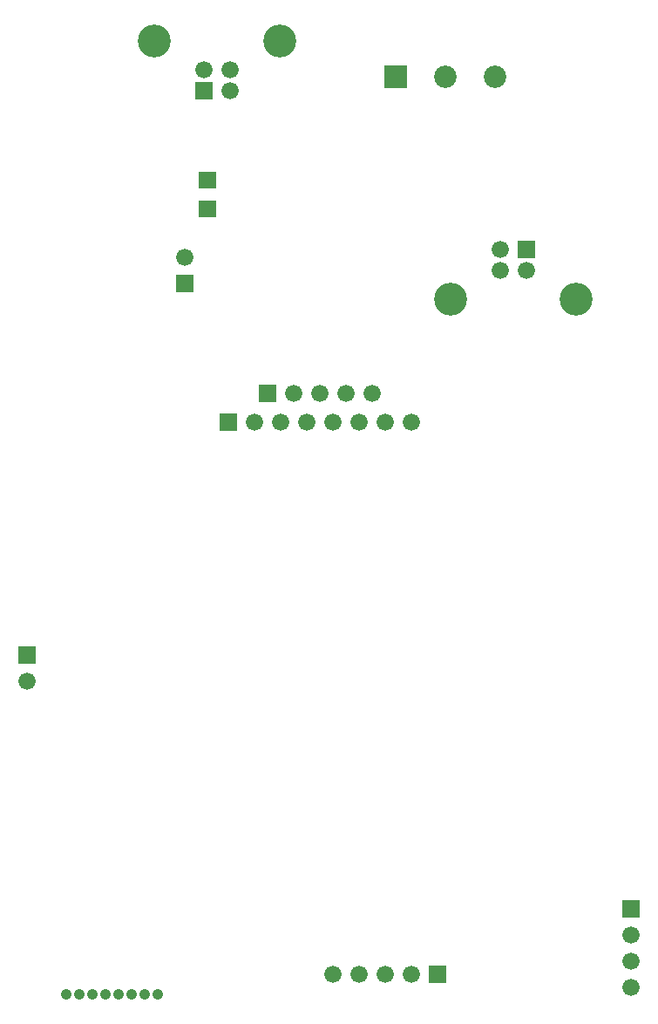
<source format=gbr>
G04 start of page 5 for group -4062 idx -4062
G04 Title: (unknown), soldermask *
G04 Creator: pcb 20080202 *
G04 CreationDate: Sun 22 Jun 2008 10:51:19 AM GMT UTC *
G04 For: sean *
G04 Format: Gerber/RS-274X *
G04 PCB-Dimensions: 280000 410000 *
G04 PCB-Coordinate-Origin: lower left *
%MOIN*%
%FSLAX24Y24*%
%LNBACKMASK*%
%ADD12C,0.0200*%
%ADD35C,0.0860*%
%ADD36C,0.0660*%
%ADD37C,0.1260*%
%ADD38C,0.0420*%
G54D12*G36*
X15970Y37130D02*Y36270D01*
X16830D01*
Y37130D01*
X15970D01*
G37*
G54D35*X18300Y36700D03*
X20200D03*
G54D36*X10080Y36960D03*
G54D37*X11980Y38060D03*
G54D36*X9080Y36960D03*
G54D37*X7180Y38060D03*
G54D12*G36*
X25070Y5230D02*Y4570D01*
X25730D01*
Y5230D01*
X25070D01*
G37*
G54D36*X25400Y3900D03*
Y2900D03*
Y1900D03*
G54D38*X7310Y1640D03*
X6810D03*
X6310D03*
X5810D03*
X5310D03*
X4810D03*
X4310D03*
X3810D03*
G54D12*G36*
X17670Y2730D02*Y2070D01*
X18330D01*
Y2730D01*
X17670D01*
G37*
G54D36*X17000Y2400D03*
X16000D03*
X15000D03*
X14000D03*
G54D12*G36*
X1970Y14930D02*Y14270D01*
X2630D01*
Y14930D01*
X1970D01*
G37*
G54D36*X2300Y13600D03*
G54D12*G36*
X8020Y29130D02*Y28470D01*
X8680D01*
Y29130D01*
X8020D01*
G37*
G54D36*X8350Y29800D03*
G54D12*G36*
X8750Y36490D02*Y35830D01*
X9410D01*
Y36490D01*
X8750D01*
G37*
G54D36*X10080Y36160D03*
G54D12*G36*
X8870Y33080D02*Y32420D01*
X9530D01*
Y33080D01*
X8870D01*
G37*
G36*
X8876Y31977D02*Y31317D01*
X9536D01*
Y31977D01*
X8876D01*
G37*
G36*
X11170Y24930D02*Y24270D01*
X11830D01*
Y24930D01*
X11170D01*
G37*
G36*
X9670Y23830D02*Y23170D01*
X10330D01*
Y23830D01*
X9670D01*
G37*
G54D36*X11000Y23500D03*
X12000D03*
X12500Y24600D03*
X13000Y23500D03*
X13500Y24600D03*
X14000Y23500D03*
X15000D03*
X16000D03*
X17000D03*
X14500Y24600D03*
X15500D03*
G54D12*G36*
X21070Y30430D02*Y29770D01*
X21730D01*
Y30430D01*
X21070D01*
G37*
G54D36*X20400Y30100D03*
Y29300D03*
X21400D03*
G54D37*X23300Y28200D03*
X18500D03*
M02*

</source>
